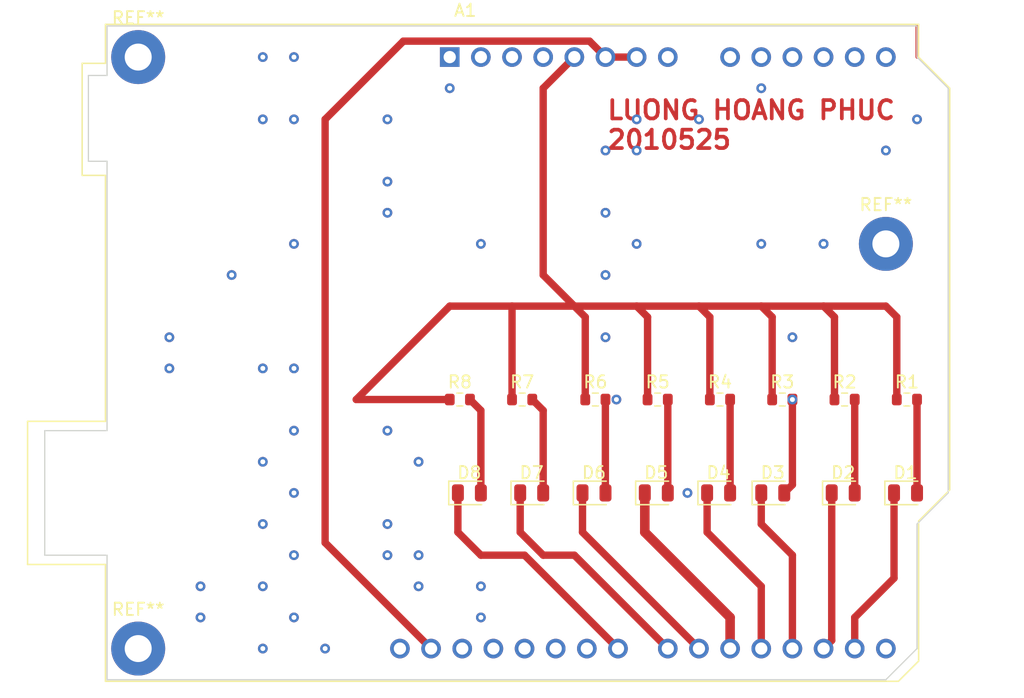
<source format=kicad_pcb>
(kicad_pcb (version 20221018) (generator pcbnew)
  (title_block (title "ARDUINO UNO SHIELD") (company "HOCHIMINH CITY UNIVERSITY OF TECHNOLOGY") (comment 1 "LUONG HOANG PHUC") (comment 2 "2010525"))
  (layers (0 "F.Cu" signal) (31 "B.Cu" signal) (34 "B.Paste" user) (35 "F.Paste" user) (36 "B.SilkS" user "B.Silkscreen") (37 "F.SilkS" user "F.Silkscreen") (38 "B.Mask" user) (39 "F.Mask" user) (44 "Edge.Cuts" user))
  (net 0 "")
  (net 5 "Net-(A1-+5V)")
  (net 6 "GND")
  (net 15 "Net-(A1-D1{slash}TX)")
  (net 16 "Net-(A1-D2)")
  (net 17 "Net-(A1-D3)")
  (net 18 "Net-(A1-D4)")
  (net 19 "Net-(A1-D5)")
  (net 20 "Net-(A1-D6)")
  (net 21 "Net-(A1-D7)")
  (net 22 "Net-(A1-D8)")
  (net 29 "Net-(D1-A)")
  (net 30 "Net-(D2-A)")
  (net 31 "Net-(D3-A)")
  (net 32 "Net-(D4-A)")
  (net 33 "Net-(D5-A)")
  (net 34 "Net-(D6-A)")
  (net 35 "Net-(D7-A)")
  (net 36 "Net-(D8-A)")
  (footprint "LED_SMD:LED_0805_2012Metric" (layer "F.Cu") (at 146.3825 99.06)
    (fp_text reference "D4" (at 0 -1.65) (layer "F.SilkS"))
    (fp_text value "LED")
    (fp_line (start -1.685 -0.96) (end -1.685 0.96) (stroke (width 0.12)) (layer "F.SilkS"))
    (fp_line (start -1.685 0.96) (end 1 0.96) (stroke (width 0.12)) (layer "F.SilkS"))
    (fp_line (start 1 -0.96) (end -1.685 -0.96) (stroke (width 0.12)) (layer "F.SilkS"))
    (pad "1" smd roundrect (at -0.9375 0) (size 0.975 1.4) (layers "F.Cu" "F.Paste" "F.Mask") (net 18 "Net-(A1-D4)"))
    (pad "2" smd roundrect (at 0.9375 0) (size 0.975 1.4) (layers "F.Cu" "F.Paste" "F.Mask") (net 32 "Net-(D4-A)"))
  )
  (footprint "LED_SMD:LED_0805_2012Metric" (layer "F.Cu") (at 161.6225 99.06)
    (fp_text reference "D1" (at 0 -1.65) (layer "F.SilkS"))
    (fp_text value "LED")
    (fp_line (start -1.685 -0.96) (end -1.685 0.96) (stroke (width 0.12)) (layer "F.SilkS"))
    (fp_line (start -1.685 0.96) (end 1 0.96) (stroke (width 0.12)) (layer "F.SilkS"))
    (fp_line (start 1 -0.96) (end -1.685 -0.96) (stroke (width 0.12)) (layer "F.SilkS"))
    (pad "1" smd roundrect (at -0.9375 0) (size 0.975 1.4) (layers "F.Cu" "F.Paste" "F.Mask") (net 15 "Net-(A1-D1{slash}TX)"))
    (pad "2" smd roundrect (at 0.9375 0) (size 0.975 1.4) (layers "F.Cu" "F.Paste" "F.Mask") (net 29 "Net-(D1-A)"))
  )
  (footprint "Resistor_SMD:R_0603_1608Metric" (layer "F.Cu") (at 136.335 91.44)
    (fp_text reference "R6" (at 0 -1.43) (layer "F.SilkS"))
    (fp_text value "247")
    (fp_line (start -0.237258 -0.5225) (end 0.237258 -0.5225) (stroke (width 0.12)) (layer "F.SilkS"))
    (fp_line (start -0.237258 0.5225) (end 0.237258 0.5225) (stroke (width 0.12)) (layer "F.SilkS"))
    (pad "1" smd roundrect (at -0.825 0) (size 0.8 0.95) (layers "F.Cu" "F.Paste" "F.Mask") (net 5 "Net-(A1-+5V)"))
    (pad "2" smd roundrect (at 0.825 0) (size 0.8 0.95) (layers "F.Cu" "F.Paste" "F.Mask") (net 34 "Net-(D6-A)"))
  )
  (footprint "Resistor_SMD:R_0603_1608Metric" (layer "F.Cu") (at 161.735 91.44)
    (fp_text reference "R1" (at 0 -1.43) (layer "F.SilkS"))
    (fp_text value "247")
    (fp_line (start -0.237258 -0.5225) (end 0.237258 -0.5225) (stroke (width 0.12)) (layer "F.SilkS"))
    (fp_line (start -0.237258 0.5225) (end 0.237258 0.5225) (stroke (width 0.12)) (layer "F.SilkS"))
    (pad "1" smd roundrect (at -0.825 0) (size 0.8 0.95) (layers "F.Cu" "F.Paste" "F.Mask") (net 5 "Net-(A1-+5V)"))
    (pad "2" smd roundrect (at 0.825 0) (size 0.8 0.95) (layers "F.Cu" "F.Paste" "F.Mask") (net 29 "Net-(D1-A)"))
  )
  (footprint "LED_SMD:LED_0805_2012Metric" (layer "F.Cu") (at 136.2225 99.06)
    (fp_text reference "D6" (at 0 -1.65) (layer "F.SilkS"))
    (fp_text value "LED")
    (fp_line (start -1.685 -0.96) (end -1.685 0.96) (stroke (width 0.12)) (layer "F.SilkS"))
    (fp_line (start -1.685 0.96) (end 1 0.96) (stroke (width 0.12)) (layer "F.SilkS"))
    (fp_line (start 1 -0.96) (end -1.685 -0.96) (stroke (width 0.12)) (layer "F.SilkS"))
    (pad "1" smd roundrect (at -0.9375 0) (size 0.975 1.4) (layers "F.Cu" "F.Paste" "F.Mask") (net 20 "Net-(A1-D6)"))
    (pad "2" smd roundrect (at 0.9375 0) (size 0.975 1.4) (layers "F.Cu" "F.Paste" "F.Mask") (net 34 "Net-(D6-A)"))
  )
  (footprint "Module:Arduino_UNO_R2" (layer "F.Cu") (at 124.46 63.5)
    (fp_text reference "A1" (at 1.27 -3.81 180) (layer "F.SilkS"))
    (fp_text value "Arduino_UNO_R2")
    (fp_line (start -34.42 29.72) (end -34.42 41.4) (stroke (width 0.12)) (layer "F.SilkS"))
    (fp_line (start -34.42 41.4) (end -28.07 41.4) (stroke (width 0.12)) (layer "F.SilkS"))
    (fp_line (start -29.97 0.51) (end -29.97 9.65) (stroke (width 0.12)) (layer "F.SilkS"))
    (fp_line (start -29.97 9.65) (end -28.07 9.65) (stroke (width 0.12)) (layer "F.SilkS"))
    (fp_line (start -28.07 -2.67) (end -28.07 0.51) (stroke (width 0.12)) (layer "F.SilkS"))
    (fp_line (start -28.07 0.51) (end -29.97 0.51) (stroke (width 0.12)) (layer "F.SilkS"))
    (fp_line (start -28.07 9.65) (end -28.07 29.72) (stroke (width 0.12)) (layer "F.SilkS"))
    (fp_line (start -28.07 29.72) (end -34.42 29.72) (stroke (width 0.12)) (layer "F.SilkS"))
    (fp_line (start -28.07 41.4) (end -28.07 50.93) (stroke (width 0.12)) (layer "F.SilkS"))
    (fp_line (start -28.07 50.93) (end 36.58 50.93) (stroke (width 0.12)) (layer "F.SilkS"))
    (fp_line (start 36.58 50.93) (end 38.23 49.28) (stroke (width 0.12)) (layer "F.SilkS"))
    (fp_line (start 38.23 -2.67) (end -28.07 -2.67) (stroke (width 0.12)) (layer "F.SilkS"))
    (fp_line (start 38.23 0) (end 38.23 -2.67) (stroke (width 0.12)) (layer "F.SilkS"))
    (fp_line (start 38.23 37.85) (end 40.77 35.31) (stroke (width 0.12)) (layer "F.SilkS"))
    (fp_line (start 38.23 49.28) (end 38.23 37.85) (stroke (width 0.12)) (layer "F.SilkS"))
    (fp_line (start 40.77 2.54) (end 38.23 0) (stroke (width 0.12)) (layer "F.SilkS"))
    (fp_line (start 40.77 35.31) (end 40.77 2.54) (stroke (width 0.12)) (layer "F.SilkS"))
    (pad "1" thru_hole rect (at 0 0 90) (size 1.6 1.6) (drill 1) (layers "*.Cu" "*.Mask"))
    (pad "2" thru_hole oval (at 2.54 0 90) (size 1.6 1.6) (drill 1) (layers "*.Cu" "*.Mask"))
    (pad "3" thru_hole oval (at 5.08 0 90) (size 1.6 1.6) (drill 1) (layers "*.Cu" "*.Mask"))
    (pad "4" thru_hole oval (at 7.62 0 90) (size 1.6 1.6) (drill 1) (layers "*.Cu" "*.Mask"))
    (pad "5" thru_hole oval (at 10.16 0 90) (size 1.6 1.6) (drill 1) (layers "*.Cu" "*.Mask") (net 5 "Net-(A1-+5V)"))
    (pad "6" thru_hole oval (at 12.7 0 90) (size 1.6 1.6) (drill 1) (layers "*.Cu" "*.Mask") (net 6 "GND"))
    (pad "7" thru_hole oval (at 15.24 0 90) (size 1.6 1.6) (drill 1) (layers "*.Cu" "*.Mask") (net 6 "GND"))
    (pad "8" thru_hole oval (at 17.78 0 90) (size 1.6 1.6) (drill 1) (layers "*.Cu" "*.Mask"))
    (pad "9" thru_hole oval (at 22.86 0 90) (size 1.6 1.6) (drill 1) (layers "*.Cu" "*.Mask"))
    (pad "10" thru_hole oval (at 25.4 0 90) (size 1.6 1.6) (drill 1) (layers "*.Cu" "*.Mask"))
    (pad "11" thru_hole oval (at 27.94 0 90) (size 1.6 1.6) (drill 1) (layers "*.Cu" "*.Mask"))
    (pad "12" thru_hole oval (at 30.48 0 90) (size 1.6 1.6) (drill 1) (layers "*.Cu" "*.Mask"))
    (pad "13" thru_hole oval (at 33.02 0 90) (size 1.6 1.6) (drill 1) (layers "*.Cu" "*.Mask"))
    (pad "14" thru_hole oval (at 35.56 0 90) (size 1.6 1.6) (drill 1) (layers "*.Cu" "*.Mask"))
    (pad "15" thru_hole oval (at 35.56 48.26 90) (size 1.6 1.6) (drill 1) (layers "*.Cu" "*.Mask"))
    (pad "16" thru_hole oval (at 33.02 48.26 90) (size 1.6 1.6) (drill 1) (layers "*.Cu" "*.Mask") (net 15 "Net-(A1-D1{slash}TX)"))
    (pad "17" thru_hole oval (at 30.48 48.26 90) (size 1.6 1.6) (drill 1) (layers "*.Cu" "*.Mask") (net 16 "Net-(A1-D2)"))
    (pad "18" thru_hole oval (at 27.94 48.26 90) (size 1.6 1.6) (drill 1) (layers "*.Cu" "*.Mask") (net 17 "Net-(A1-D3)"))
    (pad "19" thru_hole oval (at 25.4 48.26 90) (size 1.6 1.6) (drill 1) (layers "*.Cu" "*.Mask") (net 18 "Net-(A1-D4)"))
    (pad "20" thru_hole oval (at 22.86 48.26 90) (size 1.6 1.6) (drill 1) (layers "*.Cu" "*.Mask") (net 19 "Net-(A1-D5)"))
    (pad "21" thru_hole oval (at 20.32 48.26 90) (size 1.6 1.6) (drill 1) (layers "*.Cu" "*.Mask") (net 20 "Net-(A1-D6)"))
    (pad "22" thru_hole oval (at 17.78 48.26 90) (size 1.6 1.6) (drill 1) (layers "*.Cu" "*.Mask") (net 21 "Net-(A1-D7)"))
    (pad "23" thru_hole oval (at 13.72 48.26 90) (size 1.6 1.6) (drill 1) (layers "*.Cu" "*.Mask") (net 22 "Net-(A1-D8)"))
    (pad "24" thru_hole oval (at 11.18 48.26 90) (size 1.6 1.6) (drill 1) (layers "*.Cu" "*.Mask"))
    (pad "25" thru_hole oval (at 8.64 48.26 90) (size 1.6 1.6) (drill 1) (layers "*.Cu" "*.Mask"))
    (pad "26" thru_hole oval (at 6.1 48.26 90) (size 1.6 1.6) (drill 1) (layers "*.Cu" "*.Mask"))
    (pad "27" thru_hole oval (at 3.56 48.26 90) (size 1.6 1.6) (drill 1) (layers "*.Cu" "*.Mask"))
    (pad "28" thru_hole oval (at 1.02 48.26 90) (size 1.6 1.6) (drill 1) (layers "*.Cu" "*.Mask"))
    (pad "29" thru_hole oval (at -1.52 48.26 90) (size 1.6 1.6) (drill 1) (layers "*.Cu" "*.Mask") (net 6 "GND"))
    (pad "30" thru_hole oval (at -4.06 48.26 90) (size 1.6 1.6) (drill 1) (layers "*.Cu" "*.Mask"))
  )
  (footprint "MountingHole:MountingHole_2.2mm_M2_Pad" (layer "F.Cu") (at 99.06 111.76)
    (fp_text reference "REF**" (at 0 -3.2) (layer "F.SilkS"))
    (fp_text value "MountingHole_2.2mm_M2_Pad")
    (pad "1" thru_hole circle (at 0 0) (size 4.4 4.4) (drill 2.2) (layers "*.Cu" "*.Mask"))
  )
  (footprint "LED_SMD:LED_0805_2012Metric" (layer "F.Cu") (at 126.0625 99.06)
    (fp_text reference "D8" (at 0 -1.65) (layer "F.SilkS"))
    (fp_text value "LED")
    (fp_line (start -1.685 -0.96) (end -1.685 0.96) (stroke (width 0.12)) (layer "F.SilkS"))
    (fp_line (start -1.685 0.96) (end 1 0.96) (stroke (width 0.12)) (layer "F.SilkS"))
    (fp_line (start 1 -0.96) (end -1.685 -0.96) (stroke (width 0.12)) (layer "F.SilkS"))
    (pad "1" smd roundrect (at -0.9375 0) (size 0.975 1.4) (layers "F.Cu" "F.Paste" "F.Mask") (net 22 "Net-(A1-D8)"))
    (pad "2" smd roundrect (at 0.9375 0) (size 0.975 1.4) (layers "F.Cu" "F.Paste" "F.Mask") (net 36 "Net-(D8-A)"))
  )
  (footprint "Resistor_SMD:R_0603_1608Metric" (layer "F.Cu") (at 130.365 91.44)
    (fp_text reference "R7" (at 0 -1.43) (layer "F.SilkS"))
    (fp_text value "247")
    (fp_line (start -0.237258 -0.5225) (end 0.237258 -0.5225) (stroke (width 0.12)) (layer "F.SilkS"))
    (fp_line (start -0.237258 0.5225) (end 0.237258 0.5225) (stroke (width 0.12)) (layer "F.SilkS"))
    (pad "1" smd roundrect (at -0.825 0) (size 0.8 0.95) (layers "F.Cu" "F.Paste" "F.Mask") (net 5 "Net-(A1-+5V)"))
    (pad "2" smd roundrect (at 0.825 0) (size 0.8 0.95) (layers "F.Cu" "F.Paste" "F.Mask") (net 35 "Net-(D7-A)"))
  )
  (footprint "LED_SMD:LED_0805_2012Metric" (layer "F.Cu") (at 150.7975 99.06)
    (fp_text reference "D3" (at 0 -1.65) (layer "F.SilkS"))
    (fp_text value "LED")
    (fp_line (start -1.685 -0.96) (end -1.685 0.96) (stroke (width 0.12)) (layer "F.SilkS"))
    (fp_line (start -1.685 0.96) (end 1 0.96) (stroke (width 0.12)) (layer "F.SilkS"))
    (fp_line (start 1 -0.96) (end -1.685 -0.96) (stroke (width 0.12)) (layer "F.SilkS"))
    (pad "1" smd roundrect (at -0.9375 0) (size 0.975 1.4) (layers "F.Cu" "F.Paste" "F.Mask") (net 17 "Net-(A1-D3)"))
    (pad "2" smd roundrect (at 0.9375 0) (size 0.975 1.4) (layers "F.Cu" "F.Paste" "F.Mask") (net 31 "Net-(D3-A)"))
  )
  (footprint "MountingHole:MountingHole_2.2mm_M2_Pad" (layer "F.Cu") (at 99.06 63.5)
    (fp_text reference "REF**" (at 0 -3.2) (layer "F.SilkS"))
    (fp_text value "MountingHole_2.2mm_M2_Pad")
    (pad "1" thru_hole circle (at 0 0) (size 4.4 4.4) (drill 2.2) (layers "*.Cu" "*.Mask"))
  )
  (footprint "LED_SMD:LED_0805_2012Metric" (layer "F.Cu") (at 131.1425 99.06)
    (fp_text reference "D7" (at 0 -1.65) (layer "F.SilkS"))
    (fp_text value "LED")
    (fp_line (start -1.685 -0.96) (end -1.685 0.96) (stroke (width 0.12)) (layer "F.SilkS"))
    (fp_line (start -1.685 0.96) (end 1 0.96) (stroke (width 0.12)) (layer "F.SilkS"))
    (fp_line (start 1 -0.96) (end -1.685 -0.96) (stroke (width 0.12)) (layer "F.SilkS"))
    (pad "1" smd roundrect (at -0.9375 0) (size 0.975 1.4) (layers "F.Cu" "F.Paste" "F.Mask") (net 21 "Net-(A1-D7)"))
    (pad "2" smd roundrect (at 0.9375 0) (size 0.975 1.4) (layers "F.Cu" "F.Paste" "F.Mask") (net 35 "Net-(D7-A)"))
  )
  (footprint "Resistor_SMD:R_0603_1608Metric" (layer "F.Cu") (at 125.285 91.44)
    (fp_text reference "R8" (at 0 -1.43) (layer "F.SilkS"))
    (fp_text value "247")
    (fp_line (start -0.237258 -0.5225) (end 0.237258 -0.5225) (stroke (width 0.12)) (layer "F.SilkS"))
    (fp_line (start -0.237258 0.5225) (end 0.237258 0.5225) (stroke (width 0.12)) (layer "F.SilkS"))
    (pad "1" smd roundrect (at -0.825 0) (size 0.8 0.95) (layers "F.Cu" "F.Paste" "F.Mask") (net 5 "Net-(A1-+5V)"))
    (pad "2" smd roundrect (at 0.825 0) (size 0.8 0.95) (layers "F.Cu" "F.Paste" "F.Mask") (net 36 "Net-(D8-A)"))
  )
  (footprint "LED_SMD:LED_0805_2012Metric" (layer "F.Cu") (at 156.5425 99.06)
    (fp_text reference "D2" (at 0 -1.65) (layer "F.SilkS"))
    (fp_text value "LED")
    (fp_line (start -1.685 -0.96) (end -1.685 0.96) (stroke (width 0.12)) (layer "F.SilkS"))
    (fp_line (start -1.685 0.96) (end 1 0.96) (stroke (width 0.12)) (layer "F.SilkS"))
    (fp_line (start 1 -0.96) (end -1.685 -0.96) (stroke (width 0.12)) (layer "F.SilkS"))
    (pad "1" smd roundrect (at -0.9375 0) (size 0.975 1.4) (layers "F.Cu" "F.Paste" "F.Mask") (net 16 "Net-(A1-D2)"))
    (pad "2" smd roundrect (at 0.9375 0) (size 0.975 1.4) (layers "F.Cu" "F.Paste" "F.Mask") (net 30 "Net-(D2-A)"))
  )
  (footprint "LED_SMD:LED_0805_2012Metric" (layer "F.Cu") (at 141.3025 99.06)
    (fp_text reference "D5" (at 0 -1.65) (layer "F.SilkS"))
    (fp_text value "LED")
    (fp_line (start -1.685 -0.96) (end -1.685 0.96) (stroke (width 0.12)) (layer "F.SilkS"))
    (fp_line (start -1.685 0.96) (end 1 0.96) (stroke (width 0.12)) (layer "F.SilkS"))
    (fp_line (start 1 -0.96) (end -1.685 -0.96) (stroke (width 0.12)) (layer "F.SilkS"))
    (pad "1" smd roundrect (at -0.9375 0) (size 0.975 1.4) (layers "F.Cu" "F.Paste" "F.Mask") (net 19 "Net-(A1-D5)"))
    (pad "2" smd roundrect (at 0.9375 0) (size 0.975 1.4) (layers "F.Cu" "F.Paste" "F.Mask") (net 33 "Net-(D5-A)"))
  )
  (footprint "Resistor_SMD:R_0603_1608Metric" (layer "F.Cu") (at 156.655 91.44)
    (fp_text reference "R2" (at 0 -1.43) (layer "F.SilkS"))
    (fp_text value "247")
    (fp_line (start -0.237258 -0.5225) (end 0.237258 -0.5225) (stroke (width 0.12)) (layer "F.SilkS"))
    (fp_line (start -0.237258 0.5225) (end 0.237258 0.5225) (stroke (width 0.12)) (layer "F.SilkS"))
    (pad "1" smd roundrect (at -0.825 0) (size 0.8 0.95) (layers "F.Cu" "F.Paste" "F.Mask") (net 5 "Net-(A1-+5V)"))
    (pad "2" smd roundrect (at 0.825 0) (size 0.8 0.95) (layers "F.Cu" "F.Paste" "F.Mask") (net 30 "Net-(D2-A)"))
  )
  (footprint "Resistor_SMD:R_0603_1608Metric" (layer "F.Cu") (at 141.415 91.44)
    (fp_text reference "R5" (at 0 -1.43) (layer "F.SilkS"))
    (fp_text value "247")
    (fp_line (start -0.237258 -0.5225) (end 0.237258 -0.5225) (stroke (width 0.12)) (layer "F.SilkS"))
    (fp_line (start -0.237258 0.5225) (end 0.237258 0.5225) (stroke (width 0.12)) (layer "F.SilkS"))
    (pad "1" smd roundrect (at -0.825 0) (size 0.8 0.95) (layers "F.Cu" "F.Paste" "F.Mask") (net 5 "Net-(A1-+5V)"))
    (pad "2" smd roundrect (at 0.825 0) (size 0.8 0.95) (layers "F.Cu" "F.Paste" "F.Mask") (net 33 "Net-(D5-A)"))
  )
  (footprint "Resistor_SMD:R_0603_1608Metric" (layer "F.Cu") (at 146.495 91.44)
    (fp_text reference "R4" (at 0 -1.43) (layer "F.SilkS"))
    (fp_text value "247")
    (fp_line (start -0.237258 -0.5225) (end 0.237258 -0.5225) (stroke (width 0.12)) (layer "F.SilkS"))
    (fp_line (start -0.237258 0.5225) (end 0.237258 0.5225) (stroke (width 0.12)) (layer "F.SilkS"))
    (pad "1" smd roundrect (at -0.825 0) (size 0.8 0.95) (layers "F.Cu" "F.Paste" "F.Mask") (net 5 "Net-(A1-+5V)"))
    (pad "2" smd roundrect (at 0.825 0) (size 0.8 0.95) (layers "F.Cu" "F.Paste" "F.Mask") (net 32 "Net-(D4-A)"))
  )
  (footprint "MountingHole:MountingHole_2.2mm_M2_Pad" (layer "F.Cu") (at 160.02 78.74)
    (fp_text reference "REF**" (at 0 -3.2) (layer "F.SilkS"))
    (fp_text value "MountingHole_2.2mm_M2_Pad")
    (pad "1" thru_hole circle (at 0 0) (size 4.4 4.4) (drill 2.2) (layers "*.Cu" "*.Mask"))
  )
  (footprint "Resistor_SMD:R_0603_1608Metric" (layer "F.Cu") (at 151.575 91.44)
    (fp_text reference "R3" (at 0 -1.43) (layer "F.SilkS"))
    (fp_text value "247")
    (fp_line (start -0.237258 -0.5225) (end 0.237258 -0.5225) (stroke (width 0.12)) (layer "F.SilkS"))
    (fp_line (start -0.237258 0.5225) (end 0.237258 0.5225) (stroke (width 0.12)) (layer "F.SilkS"))
    (pad "1" smd roundrect (at -0.825 0) (size 0.8 0.95) (layers "F.Cu" "F.Paste" "F.Mask") (net 5 "Net-(A1-+5V)"))
    (pad "2" smd roundrect (at 0.825 0) (size 0.8 0.95) (layers "F.Cu" "F.Paste" "F.Mask") (net 31 "Net-(D3-A)"))
  )
  (gr_line (start 96.52 60.96) (end 162.56 60.96) (stroke (width 0.1)) (layer "Edge.Cuts"))
  (gr_line (start 162.56 60.96) (end 162.56 63.5) (stroke (width 0.1)) (layer "Edge.Cuts"))
  (gr_line (start 95 72) (end 95 65) (stroke (width 0.1)) (layer "Edge.Cuts"))
  (gr_line (start 95 65) (end 96.52 65) (stroke (width 0.1)) (layer "Edge.Cuts"))
  (gr_line (start 96.52 65) (end 96.52 60.96) (stroke (width 0.1)) (layer "Edge.Cuts"))
  (gr_line (start 160.02 114.3) (end 96.52 114.3) (stroke (width 0.1)) (layer "Edge.Cuts"))
  (gr_line (start 165.1 99.06) (end 162.56 101.6) (stroke (width 0.1)) (layer "Edge.Cuts"))
  (gr_line (start 162.56 63.5) (end 165.1 66.04) (stroke (width 0.1)) (layer "Edge.Cuts"))
  (gr_line (start 96.52 114.3) (end 96.52 104.14) (stroke (width 0.1)) (layer "Edge.Cuts"))
  (gr_line (start 96.52 104.14) (end 91.44 104.14) (stroke (width 0.1)) (layer "Edge.Cuts"))
  (gr_line (start 91.44 104.14) (end 91.44 93.98) (stroke (width 0.1)) (layer "Edge.Cuts"))
  (gr_line (start 96.52 93.98) (end 96.52 73.66) (stroke (width 0.1)) (layer "Edge.Cuts"))
  (gr_line (start 91.44 93.98) (end 96.52 93.98) (stroke (width 0.1)) (layer "Edge.Cuts"))
  (gr_line (start 165.1 66.04) (end 165.1 99.06) (stroke (width 0.1)) (layer "Edge.Cuts"))
  (gr_line (start 96.52 73.66) (end 96.52 72) (stroke (width 0.1)) (layer "Edge.Cuts"))
  (gr_line (start 162.56 111.76) (end 160.02 114.3) (stroke (width 0.1)) (layer "Edge.Cuts"))
  (gr_line (start 96.52 72) (end 95 72) (stroke (width 0.1)) (layer "Edge.Cuts"))
  (gr_line (start 162.56 101.6) (end 162.56 111.76) (stroke (width 0.1)) (layer "Edge.Cuts"))
  (gr_text "LUONG HOANG PHUC\n2010525" (at 137.16 71.12) (layer "F.Cu") (effects (font (size 1.5 1.5) (thickness 0.3) bold) (justify left bottom)))
  (segment (start 162.56 60.96) (end 162.56 63.5) (width 0.25) (layer "F.Cu") (net 0))
  (via (at 137.16 76.2) (size 0.8) (drill 0.4) (layers "F.Cu" "B.Cu") (net 0))
  (via (at 111.76 68.58) (size 0.8) (drill 0.4) (layers "F.Cu" "B.Cu") (net 0))
  (via (at 111.76 78.74) (size 0.8) (drill 0.4) (layers "F.Cu" "B.Cu") (net 0))
  (via (at 139.7 78.74) (size 0.8) (drill 0.4) (layers "F.Cu" "B.Cu") (net 0))
  (via (at 154.94 78.74) (size 0.8) (drill 0.4) (layers "F.Cu" "B.Cu") (net 0))
  (via (at 127 106.68) (size 0.8) (drill 0.4) (layers "F.Cu" "B.Cu") (net 0))
  (via (at 137.16 81.28) (size 0.8) (drill 0.4) (layers "F.Cu" "B.Cu") (net 0))
  (via (at 111.76 88.9) (size 0.8) (drill 0.4) (layers "F.Cu" "B.Cu") (net 0))
  (via (at 109.22 88.9) (size 0.8) (drill 0.4) (layers "F.Cu" "B.Cu") (net 0))
  (via (at 121.92 106.68) (size 0.8) (drill 0.4) (layers "F.Cu" "B.Cu") (net 0))
  (via (at 109.22 111.76) (size 0.8) (drill 0.4) (layers "F.Cu" "B.Cu") (net 0))
  (via (at 101.6 86.36) (size 0.8) (drill 0.4) (layers "F.Cu" "B.Cu") (net 0))
  (via (at 111.76 63.5) (size 0.8) (drill 0.4) (layers "F.Cu" "B.Cu") (net 0))
  (via (at 111.76 99.06) (size 0.8) (drill 0.4) (layers "F.Cu" "B.Cu") (net 0))
  (via (at 111.76 93.98) (size 0.8) (drill 0.4) (layers "F.Cu" "B.Cu") (net 0))
  (via (at 144.78 68.58) (size 0.8) (drill 0.4) (layers "F.Cu" "B.Cu") (net 0))
  (via (at 109.22 101.6) (size 0.8) (drill 0.4) (layers "F.Cu" "B.Cu") (net 0))
  (via (at 139.7 68.58) (size 0.8) (drill 0.4) (layers "F.Cu" "B.Cu") (net 0))
  (via (at 109.22 63.5) (size 0.8) (drill 0.4) (layers "F.Cu" "B.Cu") (net 0))
  (via (at 137.16 71.12) (size 0.8) (drill 0.4) (layers "F.Cu" "B.Cu") (net 0))
  (via (at 119.38 104.14) (size 0.8) (drill 0.4) (layers "F.Cu" "B.Cu") (net 0))
  (via (at 121.92 104.14) (size 0.8) (drill 0.4) (layers "F.Cu" "B.Cu") (net 0))
  (via (at 119.38 76.2) (size 0.8) (drill 0.4) (layers "F.Cu" "B.Cu") (net 0))
  (via (at 111.76 109.22) (size 0.8) (drill 0.4) (layers "F.Cu" "B.Cu") (net 0))
  (via (at 114.3 111.76) (size 0.8) (drill 0.4) (layers "F.Cu" "B.Cu") (net 0))
  (via (at 162.56 68.58) (size 0.8) (drill 0.4) (layers "F.Cu" "B.Cu") (net 0))
  (via (at 101.6 88.9) (size 0.8) (drill 0.4) (layers "F.Cu" "B.Cu") (net 0))
  (via (at 138.05 91.44) (size 0.8) (drill 0.4) (layers "F.Cu" "B.Cu") (net 0))
  (via (at 111.76 104.14) (size 0.8) (drill 0.4) (layers "F.Cu" "B.Cu") (net 0))
  (via (at 121.92 96.52) (size 0.8) (drill 0.4) (layers "F.Cu" "B.Cu") (net 0))
  (via (at 119.38 68.58) (size 0.8) (drill 0.4) (layers "F.Cu" "B.Cu") (net 0))
  (via (at 109.22 96.52) (size 0.8) (drill 0.4) (layers "F.Cu" "B.Cu") (net 0))
  (via (at 109.22 68.58) (size 0.8) (drill 0.4) (layers "F.Cu" "B.Cu") (net 0))
  (via (at 127 109.22) (size 0.8) (drill 0.4) (layers "F.Cu" "B.Cu") (net 0))
  (via (at 160.02 71.12) (size 0.8) (drill 0.4) (layers "F.Cu" "B.Cu") (net 0))
  (via (at 119.38 93.98) (size 0.8) (drill 0.4) (layers "F.Cu" "B.Cu") (net 0))
  (via (at 104.14 109.22) (size 0.8) (drill 0.4) (layers "F.Cu" "B.Cu") (net 0))
  (via (at 137.16 86.36) (size 0.8) (drill 0.4) (layers "F.Cu" "B.Cu") (net 0))
  (via (at 119.38 101.6) (size 0.8) (drill 0.4) (layers "F.Cu" "B.Cu") (net 0))
  (via (at 143.8425 99.06) (size 0.8) (drill 0.4) (layers "F.Cu" "B.Cu") (net 0))
  (via (at 124.46 66.04) (size 0.8) (drill 0.4) (layers "F.Cu" "B.Cu") (net 0))
  (via (at 127 78.74) (size 0.8) (drill 0.4) (layers "F.Cu" "B.Cu") (net 0))
  (via (at 139.7 71.12) (size 0.8) (drill 0.4) (layers "F.Cu" "B.Cu") (net 0))
  (via (at 154.94 78.74) (size 0.8) (drill 0.4) (layers "F.Cu" "B.Cu") (net 0))
  (via (at 149.86 78.74) (size 0.8) (drill 0.4) (layers "F.Cu" "B.Cu") (net 0))
  (via (at 149.86 66.04) (size 0.8) (drill 0.4) (layers "F.Cu" "B.Cu") (net 0))
  (via (at 106.68 81.28) (size 0.8) (drill 0.4) (layers "F.Cu" "B.Cu") (net 0))
  (via (at 109.22 106.68) (size 0.8) (drill 0.4) (layers "F.Cu" "B.Cu") (net 0))
  (via (at 119.38 73.66) (size 0.8) (drill 0.4) (layers "F.Cu" "B.Cu") (net 0))
  (via (at 152.4 86.36) (size 0.8) (drill 0.4) (layers "F.Cu" "B.Cu") (net 0))
  (via (at 104.14 106.68) (size 0.8) (drill 0.4) (layers "F.Cu" "B.Cu") (net 0))
  (segment (start 145.67 91.44) (end 145.67 84.71) (width 0.6) (layer "F.Cu") (net 5))
  (segment (start 155.83 84.71) (end 154.94 83.82) (width 0.6) (layer "F.Cu") (net 5))
  (segment (start 135.51 91.44) (end 135.51 84.71) (width 0.6) (layer "F.Cu") (net 5))
  (segment (start 140.59 84.71) (end 139.7 83.82) (width 0.6) (layer "F.Cu") (net 5))
  (segment (start 124.46 91.44) (end 116.84 91.44) (width 0.6) (layer "F.Cu") (net 5))
  (segment (start 135.51 84.71) (end 134.62 83.82) (width 0.6) (layer "F.Cu") (net 5))
  (segment (start 145.67 84.71) (end 144.78 83.82) (width 0.6) (layer "F.Cu") (net 5))
  (segment (start 154.94 83.82) (end 160.02 83.82) (width 0.6) (layer "F.Cu") (net 5))
  (segment (start 150.75 84.71) (end 149.86 83.82) (width 0.6) (layer "F.Cu") (net 5))
  (segment (start 140.59 91.44) (end 140.59 84.71) (width 0.6) (layer "F.Cu") (net 5))
  (segment (start 116.84 91.44) (end 124.46 83.82) (width 0.6) (layer "F.Cu") (net 5))
  (segment (start 129.54 91.44) (end 129.54 83.82) (width 0.6) (layer "F.Cu") (net 5))
  (segment (start 124.46 83.82) (end 129.54 83.82) (width 0.6) (layer "F.Cu") (net 5))
  (segment (start 149.86 83.82) (end 154.94 83.82) (width 0.6) (layer "F.Cu") (net 5))
  (segment (start 155.83 91.44) (end 155.83 84.71) (width 0.6) (layer "F.Cu") (net 5))
  (segment (start 134.62 63.5) (end 132.08 66.04) (width 0.6) (layer "F.Cu") (net 5))
  (segment (start 139.7 83.82) (end 144.78 83.82) (width 0.6) (layer "F.Cu") (net 5))
  (segment (start 160.02 83.82) (end 160.91 84.71) (width 0.6) (layer "F.Cu") (net 5))
  (segment (start 144.78 83.82) (end 149.86 83.82) (width 0.6) (layer "F.Cu") (net 5))
  (segment (start 132.08 66.04) (end 132.08 81.28) (width 0.6) (layer "F.Cu") (net 5))
  (segment (start 132.08 81.28) (end 134.62 83.82) (width 0.6) (layer "F.Cu") (net 5))
  (segment (start 129.54 83.82) (end 134.62 83.82) (width 0.6) (layer "F.Cu") (net 5))
  (segment (start 150.75 91.44) (end 150.75 84.71) (width 0.6) (layer "F.Cu") (net 5))
  (segment (start 160.91 84.71) (end 160.91 91.44) (width 0.6) (layer "F.Cu") (net 5))
  (segment (start 134.62 83.82) (end 139.7 83.82) (width 0.6) (layer "F.Cu") (net 5))
  (segment (start 137.16 63.5) (end 139.7 63.5) (width 0.6) (layer "F.Cu") (net 6))
  (segment (start 135.86 62.2) (end 137.16 63.5) (width 0.6) (layer "F.Cu") (net 6))
  (segment (start 114.3 103.12) (end 114.3 68.58) (width 0.6) (layer "F.Cu") (net 6))
  (segment (start 120.68 62.2) (end 135.86 62.2) (width 0.6) (layer "F.Cu") (net 6))
  (segment (start 114.3 68.58) (end 120.68 62.2) (width 0.6) (layer "F.Cu") (net 6))
  (segment (start 122.94 111.76) (end 114.3 103.12) (width 0.6) (layer "F.Cu") (net 6))
  (segment (start 160.685 99.06) (end 160.685 106.015) (width 0.6) (layer "F.Cu") (net 15))
  (segment (start 157.48 109.22) (end 157.48 111.76) (width 0.6) (layer "F.Cu") (net 15))
  (segment (start 160.685 106.015) (end 157.48 109.22) (width 0.6) (layer "F.Cu") (net 15))
  (segment (start 155.605 99.06) (end 155.605 111.095) (width 0.6) (layer "F.Cu") (net 16))
  (segment (start 155.605 111.095) (end 154.94 111.76) (width 0.6) (layer "F.Cu") (net 16))
  (segment (start 152.4 104.14) (end 152.4 111.76) (width 0.6) (layer "F.Cu") (net 17))
  (segment (start 149.86 101.6) (end 152.4 104.14) (width 0.6) (layer "F.Cu") (net 17))
  (segment (start 149.86 99.06) (end 149.86 101.6) (width 0.6) (layer "F.Cu") (net 17))
  (segment (start 145.445 99.06) (end 145.445 102.265) (width 0.6) (layer "F.Cu") (net 18))
  (segment (start 149.86 106.68) (end 149.86 111.76) (width 0.6) (layer "F.Cu") (net 18))
  (segment (start 145.445 102.265) (end 149.86 106.68) (width 0.6) (layer "F.Cu") (net 18))
  (segment (start 140.365 99.06) (end 140.365 102.265) (width 0.78) (layer "F.Cu") (net 19))
  (segment (start 147.32 109.22) (end 147.32 111.76) (width 0.78) (layer "F.Cu") (net 19))
  (segment (start 140.365 102.265) (end 147.32 109.22) (width 0.78) (layer "F.Cu") (net 19))
  (segment (start 135.285 99.06) (end 135.285 102.265) (width 0.6) (layer "F.Cu") (net 20))
  (segment (start 135.285 102.265) (end 144.78 111.76) (width 0.6) (layer "F.Cu") (net 20))
  (segment (start 132.08 104.14) (end 134.62 104.14) (width 0.6) (layer "F.Cu") (net 21))
  (segment (start 130.205 99.06) (end 130.205 102.265) (width 0.6) (layer "F.Cu") (net 21))
  (segment (start 134.62 104.14) (end 142.24 111.76) (width 0.6) (layer "F.Cu") (net 21))
  (segment (start 130.205 102.265) (end 132.08 104.14) (width 0.6) (layer "F.Cu") (net 21))
  (segment (start 125.125 102.265) (end 127 104.14) (width 0.6) (layer "F.Cu") (net 22))
  (segment (start 127 104.14) (end 130.56 104.14) (width 0.6) (layer "F.Cu") (net 22))
  (segment (start 125.125 99.06) (end 125.125 102.265) (width 0.6) (layer "F.Cu") (net 22))
  (segment (start 130.56 104.14) (end 138.18 111.76) (width 0.6) (layer "F.Cu") (net 22))
  (segment (start 162.56 91.44) (end 162.56 99.06) (width 0.6) (layer "F.Cu") (net 29))
  (segment (start 157.48 91.44) (end 157.48 99.06) (width 0.6) (layer "F.Cu") (net 30))
  (segment (start 152.4 91.44) (end 152.4 98.395) (width 0.6) (layer "F.Cu") (net 31))
  (segment (start 152.4 98.395) (end 151.735 99.06) (width 0.6) (layer "F.Cu") (net 31))
  (via (at 152.4 91.44) (size 0.8) (drill 0.4) (layers "F.Cu" "B.Cu") (net 31))
  (segment (start 147.32 91.44) (end 147.32 99.06) (width 0.6) (layer "F.Cu") (net 32))
  (segment (start 142.24 91.44) (end 142.24 99.06) (width 0.6) (layer "F.Cu") (net 33))
  (segment (start 137.15 99.05) (end 137.15 91.44) (width 0.6) (layer "F.Cu") (net 34))
  (segment (start 137.16 99.06) (end 137.15 99.05) (width 0.6) (layer "F.Cu") (net 34))
  (segment (start 132.08 99.06) (end 132.08 92.33) (width 0.6) (layer "F.Cu") (net 35))
  (segment (start 132.08 92.33) (end 131.19 91.44) (width 0.6) (layer "F.Cu") (net 35))
  (segment (start 127 99.06) (end 127 92.33) (width 0.6) (layer "F.Cu") (net 36))
  (segment (start 127 92.33) (end 126.11 91.44) (width 0.6) (layer "F.Cu") (net 36))
)
</source>
